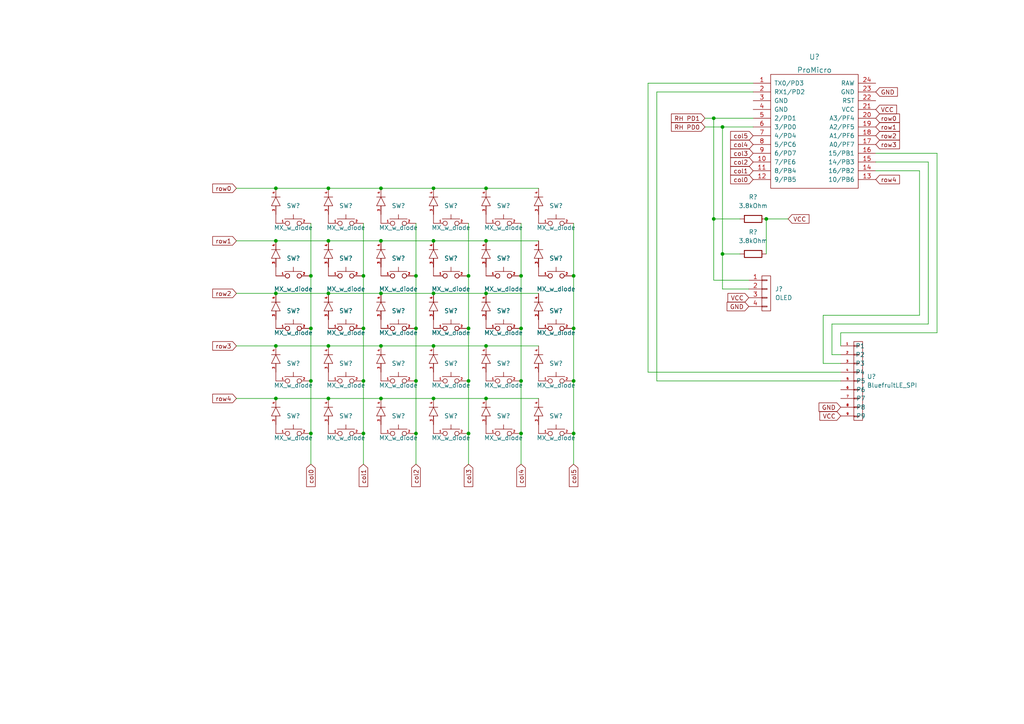
<source format=kicad_sch>
(kicad_sch (version 20211123) (generator eeschema)
  (paper "A4")
  (lib_symbols
    (symbol "Device:R" (pin_numbers hide) (pin_names (offset 0))
      (property "Reference" "R" (at 2.032 0 90))
      (property "Value" "R" (at 0 0 90))
      (symbol "R_0_1"
        (rectangle (start -1.016 -2.54) (end 1.016 2.54) (stroke (width 0.254)))
      )
      (symbol "R_1_1"
        (pin passive line (at 0 3.81 270) (length 1.27) (name "~") (number "1"))
        (pin passive line (at 0 -3.81 90) (length 1.27) (name "~") (number "2"))
      )
    )
    (symbol "ElevenFingers:BluefruitLE_SPI"
      (property "Reference" "U" (at 0 1.27 0))
      (property "Value" "BluefruitLE_SPI" (at 0 -1.27 0))
      (symbol "BluefruitLE_SPI_0_1"
        (rectangle (start 2.54 3.81) (end 4.064 3.556))
        (rectangle (start 2.54 6.477) (end 4.064 6.223))
        (rectangle (start 2.54 9.017) (end 4.064 8.763))
        (rectangle (start 2.54 11.557) (end 4.064 11.303))
        (rectangle (start 2.54 14.097) (end 4.064 13.843))
        (rectangle (start 2.54 16.637) (end 4.064 16.383))
        (rectangle (start 2.54 19.177) (end 4.064 18.923))
        (rectangle (start 2.54 21.717) (end 4.064 21.463))
        (rectangle (start 2.54 24.257) (end 4.064 24.003))
        (rectangle (start 2.54 25.4) (end 5.08 2.54))
      )
      (symbol "BluefruitLE_SPI_1_1"
        (pin input line (at -1.27 24.13 0) (length 3.81) (name "P1") (number "1"))
        (pin input line (at -1.27 21.59 0) (length 3.81) (name "P2") (number "2"))
        (pin input line (at -1.27 19.05 0) (length 3.81) (name "P3") (number "3"))
        (pin input line (at -1.27 16.51 0) (length 3.81) (name "P4") (number "4"))
        (pin input line (at -1.27 13.97 0) (length 4) (name "P5") (number "5"))
        (pin input line (at -1.27 11.43 0) (length 4) (name "P6") (number "6"))
        (pin input line (at -1.27 8.89 0) (length 4) (name "P7") (number "7"))
        (pin input line (at -1.27 6.35 0) (length 4) (name "P8") (number "8"))
        (pin input line (at -1.27 3.81 0) (length 4) (name "P9") (number "9"))
      )
    )
    (symbol "ElevenFingers:MX_w_diode"
      (property "Reference" "SW" (at -2.54 -1.27 0))
      (property "Value" "MX_w_diode" (at -2.54 -8.89 0))
      (symbol "MX_w_diode_0_1"
        (polyline (pts (xy -8.89 1.27) (xy -6.35 1.27)))
        (polyline (pts (xy -7.62 -1.27) (xy -7.62 -6.35)))
        (polyline (pts (xy -5.08 -5.08) (xy 0 -5.08)))
        (polyline (pts (xy -2.54 -5.08) (xy -2.54 -3.81)))
        (polyline (pts (xy -8.89 -1.27) (xy -6.35 -1.27) (xy -7.62 1.27) (xy -8.89 -1.27)))
      )
      (symbol "MX_w_diode_1_1"
        (pin input inverted (at -7.62 -6.35 0) (length 4) (name "~") (number "1"))
        (pin input inverted (at 2.54 -6.35 180) (length 4) (name "~") (number "2"))
        (pin input line (at -7.62 -3.81 90) (length 2.54) (name "~") (number "3"))
        (pin input line (at -7.62 3.81 270) (length 2.54) (name "~") (number "4"))
      )
    )
    (symbol "ElevenFingers:OLED" (pin_names (offset 1.016) hide)
      (property "Reference" "J" (at 0 6.35 0))
      (property "Value" "OLED" (at 2.54 0 90))
      (symbol "OLED_0_1"
        (rectangle (start -1.27 -3.683) (end 0.254 -3.937))
        (rectangle (start -1.27 -1.143) (end 0.254 -1.397))
        (rectangle (start -1.27 1.397) (end 0.254 1.143))
        (rectangle (start -1.27 3.937) (end 0.254 3.683))
        (rectangle (start -1.27 5.08) (end 1.27 -5.08))
      )
      (symbol "OLED_1_1"
        (pin passive line (at -5.08 3.81 0) (length 3.81) (name "P1") (number "1"))
        (pin passive line (at -5.08 1.27 0) (length 3.81) (name "P2") (number "2"))
        (pin passive line (at -5.08 -1.27 0) (length 3.81) (name "P3") (number "3"))
        (pin passive line (at -5.08 -3.81 0) (length 3.81) (name "P4") (number "4"))
      )
    )
    (symbol "keebio:ProMicro" (pin_names (offset 1.016))
      (property "Reference" "U" (at 0 0 0))
      (property "Value" "ProMicro" (at 0 -19.05 0))
      (symbol "ProMicro_0_1"
        (rectangle (start -12.7 -16.51) (end 12.7 16.51))
      )
      (symbol "ProMicro_1_1"
        (pin input line (at -17.78 13.97 0) (length 5.08) (name "TX0/PD3") (number "1"))
        (pin input line (at -17.78 -8.89 0) (length 5.08) (name "7/PE6") (number "10"))
        (pin input line (at -17.78 -11.43 0) (length 5.08) (name "8/PB4") (number "11"))
        (pin input line (at -17.78 -13.97 0) (length 5.08) (name "9/PB5") (number "12"))
        (pin input line (at 17.78 -13.97 180) (length 5.08) (name "10/PB6") (number "13"))
        (pin input line (at 17.78 -11.43 180) (length 5.08) (name "16/PB2") (number "14"))
        (pin input line (at 17.78 -8.89 180) (length 5.08) (name "14/PB3") (number "15"))
        (pin input line (at 17.78 -6.35 180) (length 5.08) (name "15/PB1") (number "16"))
        (pin input line (at 17.78 -3.81 180) (length 5.08) (name "A0/PF7") (number "17"))
        (pin input line (at 17.78 -1.27 180) (length 5.08) (name "A1/PF6") (number "18"))
        (pin input line (at 17.78 1.27 180) (length 5.08) (name "A2/PF5") (number "19"))
        (pin input line (at -17.78 11.43 0) (length 5.08) (name "RX1/PD2") (number "2"))
        (pin input line (at 17.78 3.81 180) (length 5.08) (name "A3/PF4") (number "20"))
        (pin input line (at 17.78 6.35 180) (length 5.08) (name "VCC") (number "21"))
        (pin input line (at 17.78 8.89 180) (length 5.08) (name "RST") (number "22"))
        (pin input line (at 17.78 11.43 180) (length 5.08) (name "GND") (number "23"))
        (pin input line (at 17.78 13.97 180) (length 5.08) (name "RAW") (number "24"))
        (pin input line (at -17.78 8.89 0) (length 5.08) (name "GND") (number "3"))
        (pin input line (at -17.78 6.35 0) (length 5.08) (name "GND") (number "4"))
        (pin input line (at -17.78 3.81 0) (length 5.08) (name "2/PD1") (number "5"))
        (pin input line (at -17.78 1.27 0) (length 5.08) (name "3/PD0") (number "6"))
        (pin input line (at -17.78 -1.27 0) (length 5.08) (name "4/PD4") (number "7"))
        (pin input line (at -17.78 -3.81 0) (length 5.08) (name "5/PC6") (number "8"))
        (pin input line (at -17.78 -6.35 0) (length 5.08) (name "6/PD7") (number "9"))
      )
    )
  )
  (junction (at 120.65 80.01))
  (junction (at 120.65 125.73))
  (junction (at 151.13 95.25))
  (junction (at 105.41 95.25))
  (junction (at 135.89 95.25))
  (junction (at 110.49 100.33))
  (junction (at 209.55 36.83))
  (junction (at 120.65 110.49))
  (junction (at 166.37 80.01))
  (junction (at 120.65 95.25))
  (junction (at 110.49 54.61))
  (junction (at 95.25 115.57))
  (junction (at 151.13 125.73))
  (junction (at 90.17 110.49))
  (junction (at 80.01 69.85))
  (junction (at 135.89 80.01))
  (junction (at 90.17 80.01))
  (junction (at 140.97 69.85))
  (junction (at 95.25 100.33))
  (junction (at 80.01 85.09))
  (junction (at 105.41 110.49))
  (junction (at 207.01 34.29))
  (junction (at 95.25 69.85))
  (junction (at 140.97 115.57))
  (junction (at 166.37 95.25))
  (junction (at 140.97 85.09))
  (junction (at 110.49 85.09))
  (junction (at 125.73 69.85))
  (junction (at 95.25 54.61))
  (junction (at 80.01 54.61))
  (junction (at 125.73 115.57))
  (junction (at 90.17 125.73))
  (junction (at 95.25 85.09))
  (junction (at 135.89 125.73))
  (junction (at 110.49 69.85))
  (junction (at 90.17 95.25))
  (junction (at 105.41 80.01))
  (junction (at 166.37 110.49))
  (junction (at 80.01 115.57))
  (junction (at 125.73 54.61))
  (junction (at 207.01 63.5))
  (junction (at 140.97 100.33))
  (junction (at 125.73 100.33))
  (junction (at 166.37 125.73))
  (junction (at 222.25 63.5))
  (junction (at 209.55 73.66))
  (junction (at 151.13 110.49))
  (junction (at 140.97 54.61))
  (junction (at 80.01 100.33))
  (junction (at 110.49 115.57))
  (junction (at 135.89 110.49))
  (junction (at 151.13 80.01))
  (junction (at 125.73 85.09))
  (junction (at 105.41 125.73))
  (wire (pts (xy 105.41 125.73) (xy 105.41 134.62)))
  (wire (pts (xy 135.89 125.73) (xy 135.89 134.62)))
  (wire (pts (xy 190.5 26.67) (xy 190.5 110.49)))
  (wire (pts (xy 125.73 100.33) (xy 140.97 100.33)))
  (wire (pts (xy 151.13 80.01) (xy 151.13 95.25)))
  (wire (pts (xy 254 44.45) (xy 271.78 44.45)))
  (wire (pts (xy 190.5 110.49) (xy 243.84 110.49)))
  (wire (pts (xy 271.78 44.45) (xy 271.78 96.52)))
  (wire (pts (xy 166.37 64.77) (xy 166.37 80.01)))
  (wire (pts (xy 140.97 69.85) (xy 156.21 69.85)))
  (wire (pts (xy 135.89 64.77) (xy 135.89 80.01)))
  (wire (pts (xy 105.41 80.01) (xy 105.41 95.25)))
  (wire (pts (xy 207.01 63.5) (xy 207.01 81.28)))
  (wire (pts (xy 166.37 80.01) (xy 166.37 95.25)))
  (wire (pts (xy 110.49 85.09) (xy 125.73 85.09)))
  (wire (pts (xy 222.25 63.5) (xy 222.25 73.66)))
  (wire (pts (xy 166.37 125.73) (xy 166.37 134.62)))
  (wire (pts (xy 110.49 54.61) (xy 125.73 54.61)))
  (wire (pts (xy 110.49 69.85) (xy 125.73 69.85)))
  (wire (pts (xy 90.17 64.77) (xy 90.17 80.01)))
  (wire (pts (xy 80.01 69.85) (xy 95.25 69.85)))
  (wire (pts (xy 218.44 24.13) (xy 187.96 24.13)))
  (wire (pts (xy 166.37 95.25) (xy 166.37 110.49)))
  (wire (pts (xy 125.73 115.57) (xy 140.97 115.57)))
  (wire (pts (xy 218.44 36.83) (xy 209.55 36.83)))
  (wire (pts (xy 80.01 100.33) (xy 95.25 100.33)))
  (wire (pts (xy 110.49 115.57) (xy 125.73 115.57)))
  (wire (pts (xy 120.65 110.49) (xy 120.65 125.73)))
  (wire (pts (xy 90.17 125.73) (xy 90.17 134.62)))
  (wire (pts (xy 90.17 110.49) (xy 90.17 125.73)))
  (wire (pts (xy 266.7 49.53) (xy 266.7 91.44)))
  (wire (pts (xy 269.24 93.98) (xy 241.3 93.98)))
  (wire (pts (xy 120.65 64.77) (xy 120.65 80.01)))
  (wire (pts (xy 207.01 63.5) (xy 214.63 63.5)))
  (wire (pts (xy 90.17 95.25) (xy 90.17 110.49)))
  (wire (pts (xy 120.65 95.25) (xy 120.65 110.49)))
  (wire (pts (xy 209.55 36.83) (xy 209.55 73.66)))
  (wire (pts (xy 68.58 100.33) (xy 80.01 100.33)))
  (wire (pts (xy 241.3 93.98) (xy 241.3 102.87)))
  (wire (pts (xy 209.55 83.82) (xy 217.17 83.82)))
  (wire (pts (xy 222.25 63.5) (xy 228.6 63.5)))
  (wire (pts (xy 209.55 73.66) (xy 214.63 73.66)))
  (wire (pts (xy 207.01 81.28) (xy 217.17 81.28)))
  (wire (pts (xy 207.01 34.29) (xy 207.01 63.5)))
  (wire (pts (xy 204.47 34.29) (xy 207.01 34.29)))
  (wire (pts (xy 151.13 64.77) (xy 151.13 80.01)))
  (wire (pts (xy 187.96 24.13) (xy 187.96 107.95)))
  (wire (pts (xy 151.13 110.49) (xy 151.13 125.73)))
  (wire (pts (xy 125.73 69.85) (xy 140.97 69.85)))
  (wire (pts (xy 218.44 26.67) (xy 190.5 26.67)))
  (wire (pts (xy 135.89 95.25) (xy 135.89 110.49)))
  (wire (pts (xy 243.84 96.52) (xy 243.84 100.33)))
  (wire (pts (xy 95.25 54.61) (xy 110.49 54.61)))
  (wire (pts (xy 238.76 91.44) (xy 238.76 105.41)))
  (wire (pts (xy 140.97 85.09) (xy 156.21 85.09)))
  (wire (pts (xy 271.78 96.52) (xy 243.84 96.52)))
  (wire (pts (xy 90.17 80.01) (xy 90.17 95.25)))
  (wire (pts (xy 105.41 64.77) (xy 105.41 80.01)))
  (wire (pts (xy 105.41 110.49) (xy 105.41 125.73)))
  (wire (pts (xy 80.01 54.61) (xy 95.25 54.61)))
  (wire (pts (xy 68.58 85.09) (xy 80.01 85.09)))
  (wire (pts (xy 204.47 36.83) (xy 209.55 36.83)))
  (wire (pts (xy 125.73 54.61) (xy 140.97 54.61)))
  (wire (pts (xy 125.73 85.09) (xy 140.97 85.09)))
  (wire (pts (xy 140.97 115.57) (xy 156.21 115.57)))
  (wire (pts (xy 80.01 85.09) (xy 95.25 85.09)))
  (wire (pts (xy 151.13 95.25) (xy 151.13 110.49)))
  (wire (pts (xy 254 46.99) (xy 269.24 46.99)))
  (wire (pts (xy 95.25 85.09) (xy 110.49 85.09)))
  (wire (pts (xy 135.89 80.01) (xy 135.89 95.25)))
  (wire (pts (xy 156.21 54.61) (xy 140.97 54.61)))
  (wire (pts (xy 68.58 115.57) (xy 80.01 115.57)))
  (wire (pts (xy 241.3 102.87) (xy 243.84 102.87)))
  (wire (pts (xy 68.58 54.61) (xy 80.01 54.61)))
  (wire (pts (xy 95.25 100.33) (xy 110.49 100.33)))
  (wire (pts (xy 140.97 100.33) (xy 156.21 100.33)))
  (wire (pts (xy 266.7 91.44) (xy 238.76 91.44)))
  (wire (pts (xy 166.37 110.49) (xy 166.37 125.73)))
  (wire (pts (xy 80.01 115.57) (xy 95.25 115.57)))
  (wire (pts (xy 135.89 110.49) (xy 135.89 125.73)))
  (wire (pts (xy 187.96 107.95) (xy 243.84 107.95)))
  (wire (pts (xy 254 49.53) (xy 266.7 49.53)))
  (wire (pts (xy 269.24 46.99) (xy 269.24 93.98)))
  (wire (pts (xy 209.55 73.66) (xy 209.55 83.82)))
  (wire (pts (xy 105.41 95.25) (xy 105.41 110.49)))
  (wire (pts (xy 238.76 105.41) (xy 243.84 105.41)))
  (wire (pts (xy 68.58 69.85) (xy 80.01 69.85)))
  (wire (pts (xy 110.49 100.33) (xy 125.73 100.33)))
  (wire (pts (xy 120.65 80.01) (xy 120.65 95.25)))
  (wire (pts (xy 95.25 69.85) (xy 110.49 69.85)))
  (wire (pts (xy 207.01 34.29) (xy 218.44 34.29)))
  (wire (pts (xy 95.25 115.57) (xy 110.49 115.57)))
  (wire (pts (xy 120.65 125.73) (xy 120.65 134.62)))
  (wire (pts (xy 151.13 125.73) (xy 151.13 134.62)))
  (global_label "row2" (shape input) (at 254 39.37 0) (property "Intersheet References" "${INTERSHEET_REFS}" (effects hide)))
  (global_label "col5" (shape input) (at 166.37 134.62 270) (property "Intersheet References" "${INTERSHEET_REFS}" (effects hide)))
  (global_label "row4" (shape input) (at 68.58 115.57 180) (property "Intersheet References" "${INTERSHEET_REFS}" (effects hide)))
  (global_label "col4" (shape input) (at 218.44 41.91 180) (property "Intersheet References" "${INTERSHEET_REFS}" (effects hide)))
  (global_label "GND" (shape input) (at 254 26.67 0) (property "Intersheet References" "${INTERSHEET_REFS}" (effects hide)))
  (global_label "col0" (shape input) (at 90.17 134.62 270) (property "Intersheet References" "${INTERSHEET_REFS}" (effects hide)))
  (global_label "col3" (shape input) (at 218.44 44.45 180) (property "Intersheet References" "${INTERSHEET_REFS}" (effects hide)))
  (global_label "RH PD0" (shape input) (at 204.47 36.83 180) (property "Intersheet References" "${INTERSHEET_REFS}" (effects hide)))
  (global_label "VCC" (shape input) (at 228.6 63.5 0) (property "Intersheet References" "${INTERSHEET_REFS}" (effects hide)))
  (global_label "col2" (shape input) (at 218.44 46.99 180) (property "Intersheet References" "${INTERSHEET_REFS}" (effects hide)))
  (global_label "VCC" (shape input) (at 243.84 120.65 180) (property "Intersheet References" "${INTERSHEET_REFS}" (effects hide)))
  (global_label "col2" (shape input) (at 120.65 134.62 270) (property "Intersheet References" "${INTERSHEET_REFS}" (effects hide)))
  (global_label "row4" (shape input) (at 254 52.07 0) (property "Intersheet References" "${INTERSHEET_REFS}" (effects hide)))
  (global_label "col1" (shape input) (at 105.41 134.62 270) (property "Intersheet References" "${INTERSHEET_REFS}" (effects hide)))
  (global_label "row2" (shape input) (at 68.58 85.09 180) (property "Intersheet References" "${INTERSHEET_REFS}" (effects hide)))
  (global_label "col1" (shape input) (at 218.44 49.53 180) (property "Intersheet References" "${INTERSHEET_REFS}" (effects hide)))
  (global_label "col0" (shape input) (at 218.44 52.07 180) (property "Intersheet References" "${INTERSHEET_REFS}" (effects hide)))
  (global_label "col5" (shape input) (at 218.44 39.37 180) (property "Intersheet References" "${INTERSHEET_REFS}" (effects hide)))
  (global_label "row3" (shape input) (at 68.58 100.33 180) (property "Intersheet References" "${INTERSHEET_REFS}" (effects hide)))
  (global_label "VCC" (shape input) (at 217.17 86.36 180) (property "Intersheet References" "${INTERSHEET_REFS}" (effects hide)))
  (global_label "row3" (shape input) (at 254 41.91 0) (property "Intersheet References" "${INTERSHEET_REFS}" (effects hide)))
  (global_label "row0" (shape input) (at 254 34.29 0) (property "Intersheet References" "${INTERSHEET_REFS}" (effects hide)))
  (global_label "col4" (shape input) (at 151.13 134.62 270) (property "Intersheet References" "${INTERSHEET_REFS}" (effects hide)))
  (global_label "GND" (shape input) (at 217.17 88.9 180) (property "Intersheet References" "${INTERSHEET_REFS}" (effects hide)))
  (global_label "VCC" (shape input) (at 254 31.75 0) (property "Intersheet References" "${INTERSHEET_REFS}" (effects hide)))
  (global_label "GND" (shape input) (at 243.84 118.11 180) (property "Intersheet References" "${INTERSHEET_REFS}" (effects hide)))
  (global_label "RH PD1" (shape input) (at 204.47 34.29 180) (property "Intersheet References" "${INTERSHEET_REFS}" (effects hide)))
  (global_label "col3" (shape input) (at 135.89 134.62 270) (property "Intersheet References" "${INTERSHEET_REFS}" (effects hide)))
  (global_label "row0" (shape input) (at 68.58 54.61 180) (property "Intersheet References" "${INTERSHEET_REFS}" (effects hide)))
  (global_label "row1" (shape input) (at 68.58 69.85 180) (property "Intersheet References" "${INTERSHEET_REFS}" (effects hide)))
  (global_label "row1" (shape input) (at 254 36.83 0) (property "Intersheet References" "${INTERSHEET_REFS}" (effects hide)))
  (symbol (lib_id "Device:R") (at 218.44 63.5 90) (mirror x) (unit 1)
    (property "Reference" "R?" (at 218.44 57.15 90))
    (property "Value" "3.8kOhm" (at 218.44 59.69 90))
  )
  (symbol (lib_id "ElevenFingers:MX_w_diode") (at 133.35 58.42 0) (unit 1)
    (property "Reference" "SW?" (at 130.81 59.69 0))
    (property "Value" "MX_w_diode" (at 130.81 66.04 0))
  )
  (symbol (lib_id "ElevenFingers:MX_w_diode") (at 133.35 104.14 0) (unit 1)
    (property "Reference" "SW?" (at 130.81 105.41 0))
    (property "Value" "MX_w_diode" (at 130.81 111.76 0))
  )
  (symbol (lib_id "Device:R") (at 218.44 73.66 90) (unit 1)
    (property "Reference" "R?" (at 218.44 67.31 90))
    (property "Value" "3.8kOhm" (at 218.44 69.85 90))
  )
  (symbol (lib_id "ElevenFingers:MX_w_diode") (at 118.11 88.9 0) (unit 1)
    (property "Reference" "SW?" (at 115.57 90.17 0))
    (property "Value" "MX_w_diode" (at 115.57 96.52 0))
  )
  (symbol (lib_id "ElevenFingers:MX_w_diode") (at 148.59 73.66 0) (unit 1)
    (property "Reference" "SW?" (at 146.05 74.93 0))
    (property "Value" "MX_w_diode" (at 146.05 83.82 0))
  )
  (symbol (lib_id "ElevenFingers:MX_w_diode") (at 118.11 58.42 0) (unit 1)
    (property "Reference" "SW?" (at 115.57 59.69 0))
    (property "Value" "MX_w_diode" (at 115.57 66.04 0))
  )
  (symbol (lib_id "ElevenFingers:MX_w_diode") (at 102.87 58.42 0) (unit 1)
    (property "Reference" "SW?" (at 100.33 59.69 0))
    (property "Value" "MX_w_diode" (at 100.33 66.04 0))
  )
  (symbol (lib_id "ElevenFingers:MX_w_diode") (at 148.59 58.42 0) (unit 1)
    (property "Reference" "SW?" (at 146.05 59.69 0))
    (property "Value" "MX_w_diode" (at 146.05 66.04 0))
  )
  (symbol (lib_id "ElevenFingers:MX_w_diode") (at 133.35 73.66 0) (unit 1)
    (property "Reference" "SW?" (at 130.81 74.93 0))
    (property "Value" "MX_w_diode" (at 130.81 83.82 0))
  )
  (symbol (lib_id "ElevenFingers:MX_w_diode") (at 87.63 88.9 0) (unit 1)
    (property "Reference" "SW?" (at 85.09 90.17 0))
    (property "Value" "MX_w_diode" (at 85.09 96.52 0))
  )
  (symbol (lib_id "ElevenFingers:MX_w_diode") (at 87.63 58.42 0) (unit 1)
    (property "Reference" "SW?" (at 85.09 59.69 0))
    (property "Value" "MX_w_diode" (at 85.09 66.04 0))
  )
  (symbol (lib_id "ElevenFingers:MX_w_diode") (at 163.83 58.42 0) (unit 1)
    (property "Reference" "SW?" (at 161.29 59.69 0))
    (property "Value" "MX_w_diode" (at 161.29 66.04 0))
  )
  (symbol (lib_id "ElevenFingers:MX_w_diode") (at 163.83 119.38 0) (unit 1)
    (property "Reference" "SW?" (at 161.29 120.65 0))
    (property "Value" "MX_w_diode" (at 161.29 127 0))
  )
  (symbol (lib_id "ElevenFingers:MX_w_diode") (at 87.63 104.14 0) (unit 1)
    (property "Reference" "SW?" (at 85.09 105.41 0))
    (property "Value" "MX_w_diode" (at 85.09 111.76 0))
  )
  (symbol (lib_id "ElevenFingers:BluefruitLE_SPI") (at 245.11 124.46 0) (unit 1)
    (property "Reference" "U?" (at 251.46 109.2199 0) (effects (justify left)))
    (property "Value" "BluefruitLE_SPI" (at 251.46 111.7599 0) (effects (justify left)))
  )
  (symbol (lib_id "ElevenFingers:MX_w_diode") (at 87.63 73.66 0) (unit 1)
    (property "Reference" "SW?" (at 85.09 74.93 0))
    (property "Value" "MX_w_diode" (at 85.09 83.82 0))
  )
  (symbol (lib_id "ElevenFingers:MX_w_diode") (at 148.59 88.9 0) (unit 1)
    (property "Reference" "SW?" (at 146.05 90.17 0))
    (property "Value" "MX_w_diode" (at 146.05 96.52 0))
  )
  (symbol (lib_id "ElevenFingers:MX_w_diode") (at 148.59 119.38 0) (unit 1)
    (property "Reference" "SW?" (at 146.05 120.65 0))
    (property "Value" "MX_w_diode" (at 146.05 127 0))
  )
  (symbol (lib_id "ElevenFingers:MX_w_diode") (at 118.11 104.14 0) (unit 1)
    (property "Reference" "SW?" (at 115.57 105.41 0))
    (property "Value" "MX_w_diode" (at 115.57 111.76 0))
  )
  (symbol (lib_id "ElevenFingers:MX_w_diode") (at 148.59 104.14 0) (unit 1)
    (property "Reference" "SW?" (at 146.05 105.41 0))
    (property "Value" "MX_w_diode" (at 146.05 111.76 0))
  )
  (symbol (lib_id "ElevenFingers:MX_w_diode") (at 102.87 119.38 0) (unit 1)
    (property "Reference" "SW?" (at 100.33 120.65 0))
    (property "Value" "MX_w_diode" (at 100.33 127 0))
  )
  (symbol (lib_id "ElevenFingers:MX_w_diode") (at 102.87 88.9 0) (unit 1)
    (property "Reference" "SW?" (at 100.33 90.17 0))
    (property "Value" "MX_w_diode" (at 100.33 96.52 0))
  )
  (symbol (lib_id "ElevenFingers:MX_w_diode") (at 163.83 104.14 0) (unit 1)
    (property "Reference" "SW?" (at 161.29 105.41 0))
    (property "Value" "MX_w_diode" (at 161.29 111.76 0))
  )
  (symbol (lib_id "ElevenFingers:MX_w_diode") (at 133.35 119.38 0) (unit 1)
    (property "Reference" "SW?" (at 130.81 120.65 0))
    (property "Value" "MX_w_diode" (at 130.81 127 0))
  )
  (symbol (lib_id "ElevenFingers:MX_w_diode") (at 118.11 73.66 0) (unit 1)
    (property "Reference" "SW?" (at 115.57 74.93 0))
    (property "Value" "MX_w_diode" (at 115.57 83.82 0))
  )
  (symbol (lib_id "ElevenFingers:MX_w_diode") (at 163.83 88.9 0) (unit 1)
    (property "Reference" "SW?" (at 161.29 90.17 0))
    (property "Value" "MX_w_diode" (at 161.29 96.52 0))
  )
  (symbol (lib_id "ElevenFingers:MX_w_diode") (at 133.35 88.9 0) (unit 1)
    (property "Reference" "SW?" (at 130.81 90.17 0))
    (property "Value" "MX_w_diode" (at 130.81 96.52 0))
  )
  (symbol (lib_id "ElevenFingers:MX_w_diode") (at 163.83 73.66 0) (unit 1)
    (property "Reference" "SW?" (at 161.29 74.93 0))
    (property "Value" "MX_w_diode" (at 161.29 83.82 0))
  )
  (symbol (lib_id "ElevenFingers:MX_w_diode") (at 102.87 104.14 0) (unit 1)
    (property "Reference" "SW?" (at 100.33 105.41 0))
    (property "Value" "MX_w_diode" (at 100.33 111.76 0))
  )
  (symbol (lib_id "ElevenFingers:MX_w_diode") (at 87.63 119.38 0) (unit 1)
    (property "Reference" "SW?" (at 85.09 120.65 0))
    (property "Value" "MX_w_diode" (at 85.09 127 0))
  )
  (symbol (lib_id "ElevenFingers:MX_w_diode") (at 102.87 73.66 0) (unit 1)
    (property "Reference" "SW?" (at 100.33 74.93 0))
    (property "Value" "MX_w_diode" (at 100.33 83.82 0))
  )
  (symbol (lib_id "ElevenFingers:MX_w_diode") (at 118.11 119.38 0) (unit 1)
    (property "Reference" "SW?" (at 115.57 120.65 0))
    (property "Value" "MX_w_diode" (at 115.57 127 0))
  )
  (symbol (lib_id "ElevenFingers:OLED") (at 222.25 85.09 0) (unit 1)
    (property "Reference" "J?" (at 224.79 83.8199 0) (effects (justify left)))
    (property "Value" "OLED" (at 224.79 86.3599 0) (effects (justify left)))
  )
  (symbol (lib_id "keebio:ProMicro") (at 236.22 38.1 0) (unit 1)
    (property "Reference" "U?" (at 236.22 16.51 0) (effects (font (size 1.524 1.524))))
    (property "Value" "ProMicro" (at 236.22 20.32 0) (effects (font (size 1.524 1.524))))
  )
)
</source>
